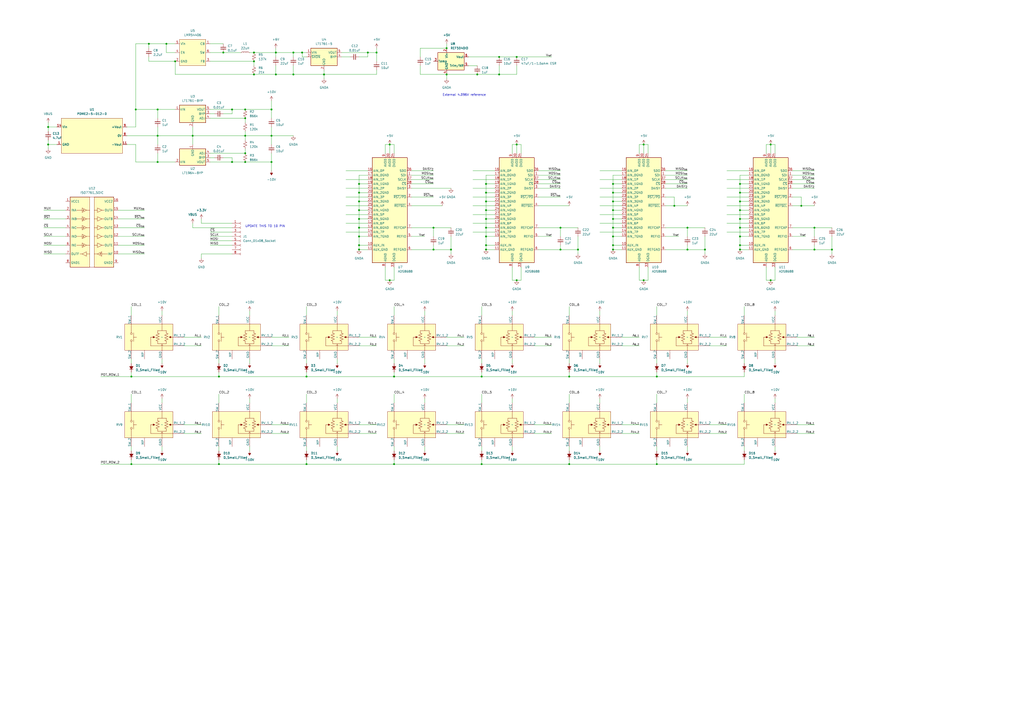
<source format=kicad_sch>
(kicad_sch (version 20230121) (generator eeschema)
  (paper "A2")
  (junction (at 208.28 121.92))
  (junction (at 429.26 132.08))
  (junction (at 325.12 132.08))
  (junction (at 429.26 106.68))
  (junction (at 355.6 132.08))
  (junction (at 464.82 119.38))
  (junction (at 170.18 43.18))
  (junction (at 289.56 43.18))
  (junction (at 391.16 119.38))
  (junction (at 91.44 78.74))
  (junction (at 157.48 93.98))
  (junction (at 472.44 144.78))
  (junction (at 147.32 35.56))
  (junction (at 208.28 116.84))
  (junction (at 177.8 269.24))
  (junction (at 142.24 78.74))
  (junction (at 147.32 30.48))
  (junction (at 86.36 25.4))
  (junction (at 355.6 106.68))
  (junction (at 279.4 218.44))
  (junction (at 157.48 63.5))
  (junction (at 355.6 127))
  (junction (at 330.2 269.24))
  (junction (at 281.94 144.78))
  (junction (at 187.96 43.18))
  (junction (at 429.26 121.92))
  (junction (at 325.12 144.78))
  (junction (at 91.44 63.5))
  (junction (at 281.94 142.24))
  (junction (at 127 218.44))
  (junction (at 482.6 144.78))
  (junction (at 129.54 30.48))
  (junction (at 355.6 137.16))
  (junction (at 429.26 127))
  (junction (at 251.46 132.08))
  (junction (at 177.8 218.44))
  (junction (at 335.28 144.78))
  (junction (at 160.02 30.48))
  (junction (at 27.94 83.82))
  (junction (at 355.6 144.78))
  (junction (at 127 269.24))
  (junction (at 134.62 93.98))
  (junction (at 355.6 142.24))
  (junction (at 381 269.24))
  (junction (at 398.78 144.78))
  (junction (at 170.18 30.48))
  (junction (at 111.76 78.74))
  (junction (at 259.08 27.94))
  (junction (at 261.62 144.78))
  (junction (at 208.28 144.78))
  (junction (at 299.72 33.02))
  (junction (at 281.94 116.84))
  (junction (at 259.08 43.18))
  (junction (at 299.72 162.56))
  (junction (at 447.04 83.82))
  (junction (at 276.86 43.18))
  (junction (at 96.52 25.4))
  (junction (at 160.02 43.18))
  (junction (at 447.04 162.56))
  (junction (at 398.78 132.08))
  (junction (at 27.94 73.66))
  (junction (at 281.94 106.68))
  (junction (at 251.46 144.78))
  (junction (at 218.44 30.48))
  (junction (at 142.24 88.9))
  (junction (at 213.36 30.48))
  (junction (at 355.6 121.92))
  (junction (at 429.26 137.16))
  (junction (at 134.62 63.5))
  (junction (at 208.28 132.08))
  (junction (at 429.26 111.76))
  (junction (at 226.06 162.56))
  (junction (at 281.94 127))
  (junction (at 408.94 144.78))
  (junction (at 157.48 78.74))
  (junction (at 299.72 83.82))
  (junction (at 373.38 162.56))
  (junction (at 330.2 218.44))
  (junction (at 289.56 33.02))
  (junction (at 429.26 116.84))
  (junction (at 373.38 83.82))
  (junction (at 228.6 269.24))
  (junction (at 147.32 43.18))
  (junction (at 208.28 111.76))
  (junction (at 281.94 137.16))
  (junction (at 76.2 218.44))
  (junction (at 208.28 106.68))
  (junction (at 472.44 132.08))
  (junction (at 355.6 116.84))
  (junction (at 281.94 121.92))
  (junction (at 91.44 93.98))
  (junction (at 429.26 144.78))
  (junction (at 281.94 111.76))
  (junction (at 101.6 35.56))
  (junction (at 208.28 137.16))
  (junction (at 78.74 63.5))
  (junction (at 208.28 142.24))
  (junction (at 226.06 83.82))
  (junction (at 429.26 142.24))
  (junction (at 76.2 269.24))
  (junction (at 228.6 218.44))
  (junction (at 355.6 111.76))
  (junction (at 208.28 127))
  (junction (at 175.26 30.48))
  (junction (at 142.24 63.5))
  (junction (at 142.24 68.58))
  (junction (at 281.94 132.08))
  (junction (at 142.24 93.98))
  (junction (at 381 218.44))
  (junction (at 279.4 269.24))
  (wire (pts (xy 208.28 111.76) (xy 208.28 116.84)))
  (wire (pts (xy 355.6 106.68) (xy 360.68 106.68)))
  (wire (pts (xy 91.44 63.5) (xy 101.6 63.5)))
  (wire (pts (xy 449.58 259.08) (xy 449.58 261.62)))
  (wire (pts (xy 25.4 147.32) (xy 38.1 147.32)))
  (wire (pts (xy 86.36 35.56) (xy 101.6 35.56)))
  (wire (pts (xy 127 215.9) (xy 127 218.44)))
  (wire (pts (xy 429.26 127) (xy 429.26 132.08)))
  (wire (pts (xy 121.92 139.7) (xy 134.62 139.7)))
  (wire (pts (xy 27.94 73.66) (xy 33.02 73.66)))
  (wire (pts (xy 127 218.44) (xy 177.8 218.44)))
  (wire (pts (xy 355.6 127) (xy 360.68 127)))
  (wire (pts (xy 160.02 33.02) (xy 160.02 30.48)))
  (wire (pts (xy 462.28 251.46) (xy 472.44 251.46)))
  (wire (pts (xy 347.98 129.54) (xy 360.68 129.54)))
  (wire (pts (xy 347.98 109.22) (xy 360.68 109.22)))
  (wire (pts (xy 91.44 63.5) (xy 91.44 68.58)))
  (wire (pts (xy 347.98 99.06) (xy 360.68 99.06)))
  (wire (pts (xy 289.56 33.02) (xy 299.72 33.02)))
  (wire (pts (xy 223.52 162.56) (xy 226.06 162.56)))
  (wire (pts (xy 421.64 124.46) (xy 434.34 124.46)))
  (wire (pts (xy 142.24 78.74) (xy 111.76 78.74)))
  (wire (pts (xy 175.26 30.48) (xy 177.8 30.48)))
  (wire (pts (xy 259.08 43.18) (xy 259.08 45.72)))
  (wire (pts (xy 142.24 78.74) (xy 142.24 81.28)))
  (wire (pts (xy 482.6 137.16) (xy 482.6 144.78)))
  (wire (pts (xy 78.74 63.5) (xy 78.74 73.66)))
  (wire (pts (xy 347.98 119.38) (xy 360.68 119.38)))
  (wire (pts (xy 459.74 114.3) (xy 464.82 114.3)))
  (wire (pts (xy 325.12 144.78) (xy 312.42 144.78)))
  (wire (pts (xy 375.92 154.94) (xy 375.92 162.56)))
  (wire (pts (xy 121.92 137.16) (xy 134.62 137.16)))
  (wire (pts (xy 208.28 111.76) (xy 213.36 111.76)))
  (wire (pts (xy 370.84 83.82) (xy 373.38 83.82)))
  (wire (pts (xy 208.28 116.84) (xy 213.36 116.84)))
  (wire (pts (xy 261.62 144.78) (xy 251.46 144.78)))
  (wire (pts (xy 462.28 246.38) (xy 472.44 246.38)))
  (wire (pts (xy 355.6 101.6) (xy 355.6 106.68)))
  (wire (pts (xy 431.8 266.7) (xy 431.8 269.24)))
  (wire (pts (xy 398.78 144.78) (xy 386.08 144.78)))
  (wire (pts (xy 360.68 200.66) (xy 370.84 200.66)))
  (wire (pts (xy 157.48 195.58) (xy 167.64 195.58)))
  (wire (pts (xy 459.74 132.08) (xy 472.44 132.08)))
  (wire (pts (xy 312.42 132.08) (xy 325.12 132.08)))
  (wire (pts (xy 355.6 111.76) (xy 360.68 111.76)))
  (wire (pts (xy 223.52 83.82) (xy 226.06 83.82)))
  (wire (pts (xy 58.42 269.24) (xy 76.2 269.24)))
  (wire (pts (xy 127 177.8) (xy 127 182.88)))
  (wire (pts (xy 208.28 132.08) (xy 213.36 132.08)))
  (wire (pts (xy 208.28 127) (xy 213.36 127)))
  (wire (pts (xy 259.08 195.58) (xy 269.24 195.58)))
  (wire (pts (xy 271.78 38.1) (xy 276.86 38.1)))
  (wire (pts (xy 121.92 25.4) (xy 129.54 25.4)))
  (wire (pts (xy 200.66 99.06) (xy 213.36 99.06)))
  (wire (pts (xy 195.58 208.28) (xy 195.58 210.82)))
  (wire (pts (xy 281.94 137.16) (xy 281.94 142.24)))
  (wire (pts (xy 228.6 228.6) (xy 228.6 233.68)))
  (wire (pts (xy 449.58 180.34) (xy 449.58 182.88)))
  (wire (pts (xy 208.28 246.38) (xy 218.44 246.38)))
  (wire (pts (xy 355.6 121.92) (xy 355.6 127)))
  (wire (pts (xy 271.78 33.02) (xy 289.56 33.02)))
  (wire (pts (xy 76.2 215.9) (xy 76.2 218.44)))
  (wire (pts (xy 281.94 132.08) (xy 281.94 137.16)))
  (wire (pts (xy 157.48 93.98) (xy 157.48 99.06)))
  (wire (pts (xy 309.88 246.38) (xy 320.04 246.38)))
  (wire (pts (xy 421.64 134.62) (xy 434.34 134.62)))
  (wire (pts (xy 25.4 137.16) (xy 38.1 137.16)))
  (wire (pts (xy 330.2 215.9) (xy 330.2 218.44)))
  (wire (pts (xy 429.26 142.24) (xy 434.34 142.24)))
  (wire (pts (xy 330.2 208.28) (xy 330.2 210.82)))
  (wire (pts (xy 213.36 30.48) (xy 213.36 33.02)))
  (wire (pts (xy 449.58 88.9) (xy 449.58 83.82)))
  (wire (pts (xy 312.42 106.68) (xy 325.12 106.68)))
  (wire (pts (xy 96.52 25.4) (xy 86.36 25.4)))
  (wire (pts (xy 157.48 251.46) (xy 167.64 251.46)))
  (wire (pts (xy 195.58 231.14) (xy 195.58 233.68)))
  (wire (pts (xy 281.94 106.68) (xy 281.94 111.76)))
  (wire (pts (xy 106.68 200.66) (xy 116.84 200.66)))
  (wire (pts (xy 429.26 111.76) (xy 429.26 116.84)))
  (wire (pts (xy 243.84 27.94) (xy 259.08 27.94)))
  (wire (pts (xy 208.28 137.16) (xy 208.28 142.24)))
  (wire (pts (xy 447.04 83.82) (xy 447.04 88.9)))
  (wire (pts (xy 27.94 86.36) (xy 27.94 83.82)))
  (wire (pts (xy 243.84 38.1) (xy 243.84 43.18)))
  (wire (pts (xy 200.66 104.14) (xy 213.36 104.14)))
  (wire (pts (xy 208.28 121.92) (xy 208.28 127)))
  (wire (pts (xy 157.48 83.82) (xy 157.48 78.74)))
  (wire (pts (xy 198.12 30.48) (xy 213.36 30.48)))
  (wire (pts (xy 144.78 259.08) (xy 144.78 261.62)))
  (wire (pts (xy 297.18 259.08) (xy 297.18 261.62)))
  (wire (pts (xy 101.6 43.18) (xy 147.32 43.18)))
  (wire (pts (xy 91.44 78.74) (xy 91.44 83.82)))
  (wire (pts (xy 106.68 251.46) (xy 116.84 251.46)))
  (wire (pts (xy 421.64 114.3) (xy 434.34 114.3)))
  (wire (pts (xy 281.94 106.68) (xy 287.02 106.68)))
  (wire (pts (xy 93.98 208.28) (xy 93.98 210.82)))
  (wire (pts (xy 373.38 83.82) (xy 373.38 88.9)))
  (wire (pts (xy 200.66 114.3) (xy 213.36 114.3)))
  (wire (pts (xy 429.26 144.78) (xy 434.34 144.78)))
  (wire (pts (xy 398.78 259.08) (xy 398.78 261.62)))
  (wire (pts (xy 297.18 88.9) (xy 297.18 83.82)))
  (wire (pts (xy 76.2 228.6) (xy 76.2 233.68)))
  (wire (pts (xy 68.58 121.92) (xy 83.82 121.92)))
  (wire (pts (xy 429.26 142.24) (xy 429.26 144.78)))
  (wire (pts (xy 309.88 200.66) (xy 320.04 200.66)))
  (wire (pts (xy 177.8 266.7) (xy 177.8 269.24)))
  (wire (pts (xy 187.96 40.64) (xy 187.96 43.18)))
  (wire (pts (xy 246.38 208.28) (xy 246.38 210.82)))
  (wire (pts (xy 302.26 154.94) (xy 302.26 162.56)))
  (wire (pts (xy 208.28 142.24) (xy 213.36 142.24)))
  (wire (pts (xy 251.46 144.78) (xy 238.76 144.78)))
  (wire (pts (xy 429.26 116.84) (xy 434.34 116.84)))
  (wire (pts (xy 355.6 144.78) (xy 360.68 144.78)))
  (wire (pts (xy 160.02 27.94) (xy 160.02 30.48)))
  (wire (pts (xy 208.28 101.6) (xy 208.28 106.68)))
  (wire (pts (xy 398.78 132.08) (xy 408.94 132.08)))
  (wire (pts (xy 330.2 218.44) (xy 381 218.44)))
  (wire (pts (xy 325.12 142.24) (xy 325.12 144.78)))
  (wire (pts (xy 355.6 127) (xy 355.6 132.08)))
  (wire (pts (xy 177.8 259.08) (xy 177.8 261.62)))
  (wire (pts (xy 111.76 78.74) (xy 111.76 83.82)))
  (wire (pts (xy 421.64 129.54) (xy 434.34 129.54)))
  (wire (pts (xy 157.48 63.5) (xy 157.48 68.58)))
  (wire (pts (xy 429.26 121.92) (xy 429.26 127)))
  (wire (pts (xy 297.18 208.28) (xy 297.18 210.82)))
  (wire (pts (xy 144.78 231.14) (xy 144.78 233.68)))
  (wire (pts (xy 335.28 137.16) (xy 335.28 144.78)))
  (wire (pts (xy 281.94 111.76) (xy 281.94 116.84)))
  (wire (pts (xy 449.58 162.56) (xy 447.04 162.56)))
  (wire (pts (xy 91.44 93.98) (xy 101.6 93.98)))
  (wire (pts (xy 355.6 137.16) (xy 360.68 137.16)))
  (wire (pts (xy 93.98 231.14) (xy 93.98 233.68)))
  (wire (pts (xy 281.94 142.24) (xy 287.02 142.24)))
  (wire (pts (xy 86.36 25.4) (xy 78.74 25.4)))
  (wire (pts (xy 195.58 259.08) (xy 195.58 261.62)))
  (wire (pts (xy 170.18 30.48) (xy 175.26 30.48)))
  (wire (pts (xy 142.24 68.58) (xy 142.24 71.12)))
  (wire (pts (xy 309.88 195.58) (xy 320.04 195.58)))
  (wire (pts (xy 116.84 129.54) (xy 134.62 129.54)))
  (wire (pts (xy 386.08 101.6) (xy 398.78 101.6)))
  (wire (pts (xy 274.32 134.62) (xy 287.02 134.62)))
  (wire (pts (xy 421.64 99.06) (xy 434.34 99.06)))
  (wire (pts (xy 408.94 137.16) (xy 408.94 144.78)))
  (wire (pts (xy 25.4 132.08) (xy 38.1 132.08)))
  (wire (pts (xy 208.28 200.66) (xy 218.44 200.66)))
  (wire (pts (xy 177.8 215.9) (xy 177.8 218.44)))
  (wire (pts (xy 274.32 109.22) (xy 287.02 109.22)))
  (wire (pts (xy 177.8 208.28) (xy 177.8 210.82)))
  (wire (pts (xy 381 215.9) (xy 381 218.44)))
  (wire (pts (xy 187.96 43.18) (xy 218.44 43.18)))
  (wire (pts (xy 355.6 137.16) (xy 355.6 142.24)))
  (wire (pts (xy 325.12 137.16) (xy 325.12 132.08)))
  (wire (pts (xy 355.6 121.92) (xy 360.68 121.92)))
  (wire (pts (xy 279.4 208.28) (xy 279.4 210.82)))
  (wire (pts (xy 462.28 200.66) (xy 472.44 200.66)))
  (wire (pts (xy 157.48 58.42) (xy 157.48 63.5)))
  (wire (pts (xy 76.2 218.44) (xy 127 218.44)))
  (wire (pts (xy 459.74 109.22) (xy 472.44 109.22)))
  (wire (pts (xy 129.54 66.04) (xy 134.62 66.04)))
  (wire (pts (xy 281.94 121.92) (xy 281.94 127)))
  (wire (pts (xy 462.28 195.58) (xy 472.44 195.58)))
  (wire (pts (xy 449.58 231.14) (xy 449.58 233.68)))
  (wire (pts (xy 302.26 83.82) (xy 299.72 83.82)))
  (wire (pts (xy 370.84 88.9) (xy 370.84 83.82)))
  (wire (pts (xy 116.84 147.32) (xy 116.84 149.86)))
  (wire (pts (xy 177.8 218.44) (xy 228.6 218.44)))
  (wire (pts (xy 200.66 134.62) (xy 213.36 134.62)))
  (wire (pts (xy 429.26 101.6) (xy 429.26 106.68)))
  (wire (pts (xy 312.42 137.16) (xy 320.04 137.16)))
  (wire (pts (xy 228.6 154.94) (xy 228.6 162.56)))
  (wire (pts (xy 411.48 195.58) (xy 421.64 195.58)))
  (wire (pts (xy 281.94 116.84) (xy 287.02 116.84)))
  (wire (pts (xy 238.76 137.16) (xy 246.38 137.16)))
  (wire (pts (xy 464.82 119.38) (xy 472.44 119.38)))
  (wire (pts (xy 429.26 137.16) (xy 434.34 137.16)))
  (wire (pts (xy 281.94 121.92) (xy 287.02 121.92)))
  (wire (pts (xy 281.94 142.24) (xy 281.94 144.78)))
  (wire (pts (xy 398.78 142.24) (xy 398.78 144.78)))
  (wire (pts (xy 429.26 132.08) (xy 434.34 132.08)))
  (wire (pts (xy 228.6 177.8) (xy 228.6 182.88)))
  (wire (pts (xy 76.2 266.7) (xy 76.2 269.24)))
  (wire (pts (xy 251.46 142.24) (xy 251.46 144.78)))
  (wire (pts (xy 279.4 266.7) (xy 279.4 269.24)))
  (wire (pts (xy 274.32 99.06) (xy 287.02 99.06)))
  (wire (pts (xy 459.74 101.6) (xy 472.44 101.6)))
  (wire (pts (xy 121.92 142.24) (xy 134.62 142.24)))
  (wire (pts (xy 121.92 134.62) (xy 134.62 134.62)))
  (wire (pts (xy 347.98 259.08) (xy 347.98 261.62)))
  (wire (pts (xy 408.94 144.78) (xy 398.78 144.78)))
  (wire (pts (xy 381 228.6) (xy 381 233.68)))
  (wire (pts (xy 431.8 215.9) (xy 431.8 218.44)))
  (wire (pts (xy 391.16 114.3) (xy 391.16 119.38)))
  (wire (pts (xy 330.2 259.08) (xy 330.2 261.62)))
  (wire (pts (xy 274.32 104.14) (xy 287.02 104.14)))
  (wire (pts (xy 431.8 259.08) (xy 431.8 261.62)))
  (wire (pts (xy 431.8 228.6) (xy 431.8 233.68)))
  (wire (pts (xy 208.28 121.92) (xy 213.36 121.92)))
  (wire (pts (xy 200.66 124.46) (xy 213.36 124.46)))
  (wire (pts (xy 238.76 101.6) (xy 251.46 101.6)))
  (wire (pts (xy 170.18 38.1) (xy 170.18 43.18)))
  (wire (pts (xy 459.74 104.14) (xy 472.44 104.14)))
  (wire (pts (xy 86.36 25.4) (xy 86.36 27.94)))
  (wire (pts (xy 106.68 195.58) (xy 116.84 195.58)))
  (wire (pts (xy 187.96 43.18) (xy 170.18 43.18)))
  (wire (pts (xy 208.28 127) (xy 208.28 132.08)))
  (wire (pts (xy 111.76 132.08) (xy 134.62 132.08)))
  (wire (pts (xy 177.8 269.24) (xy 228.6 269.24)))
  (wire (pts (xy 449.58 154.94) (xy 449.58 162.56)))
  (wire (pts (xy 279.4 228.6) (xy 279.4 233.68)))
  (wire (pts (xy 431.8 208.28) (xy 431.8 210.82)))
  (wire (pts (xy 160.02 30.48) (xy 147.32 30.48)))
  (wire (pts (xy 160.02 38.1) (xy 160.02 43.18)))
  (wire (pts (xy 25.4 121.92) (xy 38.1 121.92)))
  (wire (pts (xy 355.6 106.68) (xy 355.6 111.76)))
  (wire (pts (xy 299.72 38.1) (xy 299.72 43.18)))
  (wire (pts (xy 218.44 40.64) (xy 218.44 43.18)))
  (wire (pts (xy 175.26 33.02) (xy 175.26 30.48)))
  (wire (pts (xy 386.08 137.16) (xy 393.7 137.16)))
  (wire (pts (xy 68.58 147.32) (xy 83.82 147.32)))
  (wire (pts (xy 459.74 137.16) (xy 467.36 137.16)))
  (wire (pts (xy 355.6 142.24) (xy 360.68 142.24)))
  (wire (pts (xy 386.08 119.38) (xy 391.16 119.38)))
  (wire (pts (xy 347.98 180.34) (xy 347.98 182.88)))
  (wire (pts (xy 259.08 246.38) (xy 269.24 246.38)))
  (wire (pts (xy 411.48 200.66) (xy 421.64 200.66)))
  (wire (pts (xy 355.6 111.76) (xy 355.6 116.84)))
  (wire (pts (xy 27.94 73.66) (xy 27.94 76.2)))
  (wire (pts (xy 246.38 231.14) (xy 246.38 233.68)))
  (wire (pts (xy 299.72 83.82) (xy 299.72 88.9)))
  (wire (pts (xy 213.36 101.6) (xy 208.28 101.6)))
  (wire (pts (xy 274.32 129.54) (xy 287.02 129.54)))
  (wire (pts (xy 355.6 101.6) (xy 360.68 101.6)))
  (wire (pts (xy 360.68 195.58) (xy 370.84 195.58)))
  (wire (pts (xy 76.2 177.8) (xy 76.2 182.88)))
  (wire (pts (xy 281.94 144.78) (xy 287.02 144.78)))
  (wire (pts (xy 121.92 66.04) (xy 124.46 66.04)))
  (wire (pts (xy 208.28 251.46) (xy 218.44 251.46)))
  (wire (pts (xy 251.46 137.16) (xy 251.46 132.08)))
  (wire (pts (xy 101.6 30.48) (xy 96.52 30.48)))
  (wire (pts (xy 429.26 111.76) (xy 434.34 111.76)))
  (wire (pts (xy 101.6 25.4) (xy 96.52 25.4)))
  (wire (pts (xy 375.92 162.56) (xy 373.38 162.56)))
  (wire (pts (xy 259.08 25.4) (xy 259.08 27.94)))
  (wire (pts (xy 347.98 231.14) (xy 347.98 233.68)))
  (wire (pts (xy 355.6 116.84) (xy 360.68 116.84)))
  (wire (pts (xy 370.84 154.94) (xy 370.84 162.56)))
  (wire (pts (xy 111.76 73.66) (xy 111.76 78.74)))
  (wire (pts (xy 274.32 124.46) (xy 287.02 124.46)))
  (wire (pts (xy 472.44 137.16) (xy 472.44 132.08)))
  (wire (pts (xy 127 269.24) (xy 177.8 269.24)))
  (wire (pts (xy 228.6 266.7) (xy 228.6 269.24)))
  (wire (pts (xy 312.42 119.38) (xy 330.2 119.38)))
  (wire (pts (xy 449.58 208.28) (xy 449.58 210.82)))
  (wire (pts (xy 160.02 30.48) (xy 170.18 30.48)))
  (wire (pts (xy 187.96 43.18) (xy 187.96 45.72)))
  (wire (pts (xy 238.76 119.38) (xy 256.54 119.38)))
  (wire (pts (xy 459.74 106.68) (xy 472.44 106.68)))
  (wire (pts (xy 147.32 35.56) (xy 147.32 38.1)))
  (wire (pts (xy 121.92 30.48) (xy 129.54 30.48)))
  (wire (pts (xy 330.2 228.6) (xy 330.2 233.68)))
  (wire (pts (xy 157.48 200.66) (xy 167.64 200.66)))
  (wire (pts (xy 73.66 78.74) (xy 91.44 78.74)))
  (wire (pts (xy 274.32 119.38) (xy 287.02 119.38)))
  (wire (pts (xy 218.44 30.48) (xy 213.36 30.48)))
  (wire (pts (xy 160.02 43.18) (xy 147.32 43.18)))
  (wire (pts (xy 444.5 162.56) (xy 447.04 162.56)))
  (wire (pts (xy 411.48 246.38) (xy 421.64 246.38)))
  (wire (pts (xy 411.48 251.46) (xy 421.64 251.46)))
  (wire (pts (xy 259.08 43.18) (xy 276.86 43.18)))
  (wire (pts (xy 218.44 35.56) (xy 218.44 30.48)))
  (wire (pts (xy 27.94 71.12) (xy 27.94 73.66)))
  (wire (pts (xy 157.48 78.74) (xy 170.18 78.74)))
  (wire (pts (xy 78.74 63.5) (xy 91.44 63.5)))
  (wire (pts (xy 177.8 228.6) (xy 177.8 233.68)))
  (wire (pts (xy 302.26 162.56) (xy 299.72 162.56)))
  (wire (pts (xy 360.68 251.46) (xy 370.84 251.46)))
  (wire (pts (xy 347.98 208.28) (xy 347.98 210.82)))
  (wire (pts (xy 121.92 91.44) (xy 124.46 91.44)))
  (wire (pts (xy 472.44 132.08) (xy 482.6 132.08)))
  (wire (pts (xy 429.26 132.08) (xy 429.26 137.16)))
  (wire (pts (xy 127 259.08) (xy 127 261.62)))
  (wire (pts (xy 381 218.44) (xy 431.8 218.44)))
  (wire (pts (xy 347.98 134.62) (xy 360.68 134.62)))
  (wire (pts (xy 121.92 93.98) (xy 134.62 93.98)))
  (wire (pts (xy 134.62 93.98) (xy 142.24 93.98)))
  (wire (pts (xy 238.76 114.3) (xy 251.46 114.3)))
  (wire (pts (xy 381 266.7) (xy 381 269.24)))
  (wire (pts (xy 312.42 101.6) (xy 325.12 101.6)))
  (wire (pts (xy 116.84 147.32) (xy 134.62 147.32)))
  (wire (pts (xy 421.64 109.22) (xy 434.34 109.22)))
  (wire (pts (xy 386.08 106.68) (xy 398.78 106.68)))
  (wire (pts (xy 93.98 259.08) (xy 93.98 261.62)))
  (wire (pts (xy 281.94 127) (xy 281.94 132.08)))
  (wire (pts (xy 86.36 33.02) (xy 86.36 35.56)))
  (wire (pts (xy 200.66 129.54) (xy 213.36 129.54)))
  (wire (pts (xy 381 259.08) (xy 381 261.62)))
  (wire (pts (xy 134.62 63.5) (xy 142.24 63.5)))
  (wire (pts (xy 325.12 132.08) (xy 335.28 132.08)))
  (wire (pts (xy 347.98 104.14) (xy 360.68 104.14)))
  (wire (pts (xy 200.66 109.22) (xy 213.36 109.22)))
  (wire (pts (xy 134.62 66.04) (xy 134.62 63.5)))
  (wire (pts (xy 129.54 91.44) (xy 134.62 91.44)))
  (wire (pts (xy 429.26 127) (xy 434.34 127)))
  (wire (pts (xy 261.62 144.78) (xy 261.62 147.32)))
  (wire (pts (xy 91.44 73.66) (xy 91.44 78.74)))
  (wire (pts (xy 360.68 246.38) (xy 370.84 246.38)))
  (wire (pts (xy 134.62 93.98) (xy 134.62 91.44)))
  (wire (pts (xy 386.08 109.22) (xy 398.78 109.22)))
  (wire (pts (xy 429.26 137.16) (xy 429.26 142.24)))
  (wire (pts (xy 200.66 119.38) (xy 213.36 119.38)))
  (wire (pts (xy 355.6 132.08) (xy 355.6 137.16)))
  (wire (pts (xy 279.4 215.9) (xy 279.4 218.44)))
  (wire (pts (xy 429.26 116.84) (xy 429.26 121.92)))
  (wire (pts (xy 228.6 83.82) (xy 226.06 83.82)))
  (wire (pts (xy 111.76 132.08) (xy 111.76 129.54)))
  (wire (pts (xy 281.94 132.08) (xy 287.02 132.08)))
  (wire (pts (xy 78.74 93.98) (xy 91.44 93.98)))
  (wire (pts (xy 312.42 99.06) (xy 325.12 99.06)))
  (wire (pts (xy 398.78 208.28) (xy 398.78 210.82)))
  (wire (pts (xy 208.28 132.08) (xy 208.28 137.16)))
  (wire (pts (xy 398.78 231.14) (xy 398.78 233.68)))
  (wire (pts (xy 398.78 137.16) (xy 398.78 132.08)))
  (wire (pts (xy 226.06 83.82) (xy 226.06 88.9)))
  (wire (pts (xy 106.68 246.38) (xy 116.84 246.38)))
  (wire (pts (xy 228.6 88.9) (xy 228.6 83.82)))
  (wire (pts (xy 238.76 104.14) (xy 251.46 104.14)))
  (wire (pts (xy 330.2 177.8) (xy 330.2 182.88)))
  (wire (pts (xy 429.26 106.68) (xy 434.34 106.68)))
  (wire (pts (xy 355.6 142.24) (xy 355.6 144.78)))
  (wire (pts (xy 281.94 116.84) (xy 281.94 121.92)))
  (wire (pts (xy 142.24 78.74) (xy 157.48 78.74)))
  (wire (pts (xy 27.94 83.82) (xy 33.02 83.82)))
  (wire (pts (xy 386.08 132.08) (xy 398.78 132.08)))
  (wire (pts (xy 121.92 35.56) (xy 147.32 35.56)))
  (wire (pts (xy 279.4 269.24) (xy 330.2 269.24)))
  (wire (pts (xy 289.56 38.1) (xy 289.56 43.18)))
  (wire (pts (xy 195.58 180.34) (xy 195.58 182.88)))
  (wire (pts (xy 208.28 106.68) (xy 213.36 106.68)))
  (wire (pts (xy 228.6 215.9) (xy 228.6 218.44)))
  (wire (pts (xy 208.28 142.24) (xy 208.28 144.78)))
  (wire (pts (xy 78.74 25.4) (xy 78.74 63.5)))
  (wire (pts (xy 170.18 30.48) (xy 170.18 33.02)))
  (wire (pts (xy 91.44 78.74) (xy 111.76 78.74)))
  (wire (pts (xy 76.2 269.24) (xy 127 269.24)))
  (wire (pts (xy 281.94 111.76) (xy 287.02 111.76)))
  (wire (pts (xy 251.46 132.08) (xy 261.62 132.08)))
  (wire (pts (xy 116.84 129.54) (xy 116.84 127)))
  (wire (pts (xy 444.5 88.9) (xy 444.5 83.82)))
  (wire (pts (xy 76.2 259.08) (xy 76.2 261.62)))
  (wire (pts (xy 27.94 81.28) (xy 27.94 83.82)))
  (wire (pts (xy 444.5 83.82) (xy 447.04 83.82)))
  (wire (pts (xy 238.76 132.08) (xy 251.46 132.08)))
  (wire (pts (xy 429.26 121.92) (xy 434.34 121.92)))
  (wire (pts (xy 91.44 88.9) (xy 91.44 93.98)))
  (wire (pts (xy 78.74 83.82) (xy 78.74 93.98)))
  (wire (pts (xy 208.28 116.84) (xy 208.28 121.92)))
  (wire (pts (xy 482.6 144.78) (xy 482.6 147.32)))
  (wire (pts (xy 144.78 208.28) (xy 144.78 210.82)))
  (wire (pts (xy 228.6 208.28) (xy 228.6 210.82)))
  (wire (pts (xy 472.44 142.24) (xy 472.44 144.78)))
  (wire (pts (xy 381 177.8) (xy 381 182.88)))
  (wire (pts (xy 121.92 63.5) (xy 134.62 63.5)))
  (wire (pts (xy 96.52 30.48) (xy 96.52 25.4)))
  (wire (pts (xy 370.84 162.56) (xy 373.38 162.56)))
  (wire (pts (xy 223.52 154.94) (xy 223.52 162.56)))
  (wire (pts (xy 459.74 99.06) (xy 472.44 99.06)))
  (wire (pts (xy 464.82 114.3) (xy 464.82 119.38)))
  (wire (pts (xy 355.6 132.08) (xy 360.68 132.08)))
  (wire (pts (xy 375.92 83.82) (xy 373.38 83.82)))
  (wire (pts (xy 279.4 218.44) (xy 330.2 218.44)))
  (wire (pts (xy 142.24 86.36) (xy 142.24 88.9)))
  (wire (pts (xy 297.18 180.34) (xy 297.18 182.88)))
  (wire (pts (xy 177.8 177.8) (xy 177.8 182.88)))
  (wire (pts (xy 472.44 144.78) (xy 459.74 144.78)))
  (wire (pts (xy 297.18 231.14) (xy 297.18 233.68)))
  (wire (pts (xy 299.72 33.02) (xy 320.04 33.02)))
  (wire (pts (xy 208.28 106.68) (xy 208.28 111.76)))
  (wire (pts (xy 25.4 127) (xy 38.1 127)))
  (wire (pts (xy 129.54 30.48) (xy 139.7 30.48)))
  (wire (pts (xy 312.42 114.3) (xy 325.12 114.3)))
  (wire (pts (xy 157.48 88.9) (xy 157.48 93.98)))
  (wire (pts (xy 297.18 83.82) (xy 299.72 83.82)))
  (wire (pts (xy 279.4 177.8) (xy 279.4 182.88)))
  (wire (pts (xy 243.84 33.02) (xy 243.84 27.94)))
  (wire (pts (xy 73.66 73.66) (xy 78.74 73.66)))
  (wire (pts (xy 208.28 137.16) (xy 213.36 137.16)))
  (wire (pts (xy 281.94 137.16) (xy 287.02 137.16)))
  (wire (pts (xy 157.48 246.38) (xy 167.64 246.38)))
  (wire (pts (xy 228.6 218.44) (xy 279.4 218.44)))
  (wire (pts (xy 25.4 142.24) (xy 38.1 142.24)))
  (wire (pts (xy 297.18 154.94) (xy 297.18 162.56)))
  (wire (pts (xy 127 208.28) (xy 127 210.82)))
  (wire (pts (xy 335.28 144.78) (xy 325.12 144.78)))
  (wire (pts (xy 68.58 137.16) (xy 83.82 137.16)))
  (wire (pts (xy 68.58 132.08) (xy 83.82 132.08)))
  (wire (pts (xy 444.5 154.94) (xy 444.5 162.56)))
  (wire (pts (xy 276.86 43.18) (xy 289.56 43.18)))
  (wire (pts (xy 127 228.6) (xy 127 233.68)))
  (wire (pts (xy 386.08 99.06) (xy 398.78 99.06)))
  (wire (pts (xy 421.64 104.14) (xy 434.34 104.14)))
  (wire (pts (xy 312.42 109.22) (xy 325.12 109.22)))
  (wire (pts (xy 218.44 27.94) (xy 218.44 30.48)))
  (wire (pts (xy 449.58 83.82) (xy 447.04 83.82)))
  (wire (pts (xy 355.6 116.84) (xy 355.6 121.92)))
  (wire (pts (xy 347.98 124.46) (xy 360.68 124.46)))
  (wire (pts (xy 274.32 114.3) (xy 287.02 114.3)))
  (wire (pts (xy 58.42 218.44) (xy 76.2 218.44)))
  (wire (pts (xy 157.48 73.66) (xy 157.48 78.74)))
  (wire (pts (xy 93.98 180.34) (xy 93.98 182.88)))
  (wire (pts (xy 177.8 33.02) (xy 175.26 33.02)))
  (wire (pts (xy 68.58 127) (xy 83.82 127)))
  (wire (pts (xy 121.92 68.58) (xy 142.24 68.58)))
  (wire (pts (xy 259.08 200.66) (xy 269.24 200.66)))
  (wire (pts (xy 302.26 88.9) (xy 302.26 83.82)))
  (wire (pts (xy 208.28 144.78) (xy 213.36 144.78)))
  (wire (pts (xy 386.08 104.14) (xy 398.78 104.14)))
  (wire (pts (xy 459.74 119.38) (xy 464.82 119.38)))
  (wire (pts (xy 144.78 30.48) (xy 147.32 30.48)))
  (wire (pts (xy 408.94 144.78) (xy 408.94 147.32)))
  (wire (pts (xy 375.92 88.9) (xy 375.92 83.82)))
  (wire (pts (xy 398.78 180.34) (xy 398.78 182.88)))
  (wire (pts (xy 309.88 251.46) (xy 320.04 251.46)))
  (wire (pts (xy 391.16 119.38) (xy 398.78 119.38)))
  (wire (pts (xy 198.12 33.02) (xy 203.2 33.02)))
  (wire (pts (xy 381 269.24) (xy 431.8 269.24)))
  (wire (pts (xy 335.28 144.78) (xy 335.28 147.32)))
  (wire (pts (xy 281.94 101.6) (xy 287.02 101.6)))
  (wire (pts (xy 429.26 101.6) (xy 434.34 101.6)))
  (wire (pts (xy 238.76 109.22) (xy 261.62 109.22)))
  (wire (pts (xy 347.98 114.3) (xy 360.68 114.3)))
  (wire (pts (xy 238.76 106.68) (xy 251.46 106.68)))
  (wire (pts (xy 246.38 180.34) (xy 246.38 182.88)))
  (wire (pts (xy 431.8 177.8) (xy 431.8 182.88)))
  (wire (pts (xy 330.2 269.24) (xy 381 269.24)))
  (wire (pts (xy 482.6 144.78) (xy 472.44 144.78)))
  (wire (pts (xy 238.76 99.06) (xy 251.46 99.06)))
  (wire (pts (xy 144.78 180.34) (xy 144.78 182.88)))
  (wire (pts (xy 279.4 259.08) (xy 279.4 261.62)))
  (wire (pts (xy 299.72 43.18) (xy 289.56 43.18)))
  (wire (pts (xy 312.42 104.14) (xy 325.12 104.14)))
  (wire (pts (xy 76.2 208.28) (xy 76.2 210.82)))
  (wire (pts (xy 160.02 43.18) (xy 170.18 43.18)))
  (wire (pts (xy 330.2 266.7) (xy 330.2 269.24)))
  (wire (pts (xy 68.58 142.24) (xy 83.82 142.24)))
  (wire (pts (xy 421.64 119.38) (xy 434.34 119.38)))
  (wire (pts (xy 127 266.7) (xy 127 269.24)))
  (wire (pts (xy 281.94 101.6) (xy 281.94 106.68)))
  (wire (pts (xy 121.92 88.9) (xy 142.24 88.9)))
  (wire (pts (xy 259.08 251.46) (xy 269.24 251.46)))
  (wire (pts (xy 228.6 269.24) (xy 279.4 269.24)))
  (wire (pts (xy 243.84 43.18) (xy 259.08 43.18)))
  (wire (pts (xy 213.36 33.02) (xy 208.28 33.02)))
  (wire (pts (xy 78.74 83.82) (xy 73.66 83.82)))
  (wire (pts (xy 228.6 162.56) (xy 226.06 162.56)))
  (wire (pts (xy 208.28 195.58) (xy 218.44 195.58)))
  (wire (pts (xy 381 208.28) (xy 381 210.82)))
  (wire (pts (xy 142.24 76.2) (xy 142.24 78.74)))
  (wire (pts (xy 386.08 114.3) (xy 391.16 114.3)))
  (wire (pts (xy 228.6 259.08) (xy 228.6 261.62)))
  (wire (pts (xy 281.94 127) (xy 287.02 127)))
  (wire (pts (xy 297.18 162.56) (xy 299.72 162.56)))
  (wire (pts (xy 223.52 88.9) (xy 223.52 83.82)))
  (wire (pts (xy 246.38 259.08) (xy 246.38 261.62)))
  (wire (pts (xy 142.24 93.98) (xy 157.48 93.98)))
  (wire (pts (xy 142.24 63.5) (xy 157.48 63.5)))
  (wire (pts (xy 101.6 43.18) (xy 101.6 35.56)))
  (wire (pts (xy 429.26 106.68) (xy 429.26 111.76)))
  (wire (pts (xy 261.62 137.16) (xy 261.62 144.78)))
  (text "UPDATE THIS TO 10 PIN" (at 142.24 132.08 0) (effects (font (size 1.27 1.27)) (justify left bottom)))
  (text "External 4.096V reference" (at 281.94 55.88 0) (effects (font (size 1.27 1.27)) (justify right bottom)))
  (label "MISO_{iso}" (at 83.82 147.32 180))
  (label "V_{ref}" (at 320.04 33.02 180))
  (label "A_{11_2}" (at 218.44 251.46 180))
  (label "DAISY_{2}" (at 325.12 109.22 180))
  (label "SCLK_{iso}" (at 398.78 104.14 180))
  (label "A_{12_1}" (at 269.24 246.38 180))
  (label "COL_5" (at 279.4 228.6 0))
  (label "A_{4_2}" (at 269.24 200.66 180))
  (label "COL_5" (at 279.4 177.8 0))
  (label "COL_3" (at 177.8 228.6 0))
  (label "A_{13_2}" (at 320.04 251.46 180))
  (label "SCLK" (at 121.92 137.16 0))
  (label "MISO_{iso}" (at 472.44 99.06 180))
  (label "MOSI_{iso}" (at 398.78 101.6 180))
  (label "A_{5_2}" (at 320.04 200.66 180))
  (label "~{CS}_{iso}" (at 472.44 106.68 180))
  (label "SCLK_{iso}" (at 83.82 137.16 180))
  (label "MOSI_{iso}" (at 83.82 142.24 180))
  (label "A_{10_1}" (at 167.64 246.38 180))
  (label "MUX" (at 25.4 121.92 0))
  (label "~{RST}" (at 25.4 127 0))
  (label "A_{3_1}" (at 218.44 195.58 180))
  (label "COL_3" (at 177.8 177.8 0))
  (label "COL_4" (at 228.6 177.8 0))
  (label "COL_7" (at 381 177.8 0))
  (label "COL_7" (at 381 228.6 0))
  (label "A_{12_2}" (at 269.24 251.46 180))
  (label "COL_2" (at 127 228.6 0))
  (label "~{CS}" (at 25.4 132.08 0))
  (label "V_{ref}" (at 393.7 137.16 180))
  (label "A_{6_1}" (at 370.84 195.58 180))
  (label "MOSI_{iso}" (at 325.12 101.6 180))
  (label "A_{3_2}" (at 218.44 200.66 180))
  (label "POT_ROW_2" (at 58.42 269.24 0))
  (label "A_{1_1}" (at 116.84 195.58 180))
  (label "MOSI_{iso}" (at 251.46 101.6 180))
  (label "A_{8_2}" (at 472.44 200.66 180))
  (label "A_{15_1}" (at 421.64 246.38 180))
  (label "V_{ref}" (at 320.04 137.16 180))
  (label "~{CS}_{iso}" (at 83.82 132.08 180))
  (label "DAISY_{2}" (at 398.78 109.22 180))
  (label "A_{16_1}" (at 472.44 246.38 180))
  (label "V_{ref}" (at 467.36 137.16 180))
  (label "COL_4" (at 228.6 228.6 0))
  (label "MOSI" (at 121.92 139.7 0))
  (label "MUX_{iso}" (at 83.82 121.92 180))
  (label "MISO" (at 25.4 147.32 0))
  (label "SCLK_{iso}" (at 472.44 104.14 180))
  (label "MISO" (at 121.92 142.24 0))
  (label "MISO_{iso}" (at 325.12 99.06 180))
  (label "MOSI" (at 25.4 142.24 0))
  (label "COL_8" (at 431.8 228.6 0))
  (label "~{CS}_{iso}" (at 398.78 106.68 180))
  (label "A_{14_2}" (at 370.84 251.46 180))
  (label "A_{7_1}" (at 421.64 195.58 180))
  (label "A_{16_2}" (at 472.44 251.46 180))
  (label "COL_1" (at 76.2 177.8 0))
  (label "A_{5_1}" (at 320.04 195.58 180))
  (label "~{CS}_{iso}" (at 251.46 106.68 180))
  (label "A_{6_2}" (at 370.84 200.66 180))
  (label "~{RST}_{iso}" (at 325.12 114.3 180))
  (label "DAISY_{2}" (at 251.46 99.06 180))
  (label "A_{9_2}" (at 116.84 251.46 180))
  (label "A_{15_2}" (at 421.64 251.46 180))
  (label "A_{11_1}" (at 218.44 246.38 180))
  (label "MOSI_{iso}" (at 472.44 101.6 180))
  (label "A_{4_1}" (at 269.24 195.58 180))
  (label "A_{2_2}" (at 167.64 200.66 180))
  (label "COL_6" (at 330.2 228.6 0))
  (label "A_{9_1}" (at 116.84 246.38 180))
  (label "A_{10_2}" (at 167.64 251.46 180))
  (label "~{CS}_{iso}" (at 325.12 106.68 180))
  (label "SCLK" (at 25.4 137.16 0))
  (label "COL_6" (at 330.2 177.8 0))
  (label "~{CS}" (at 121.92 134.62 0))
  (label "A_{7_2}" (at 421.64 200.66 180))
  (label "A_{14_1}" (at 370.84 246.38 180))
  (label "A_{8_1}" (at 472.44 195.58 180))
  (label "A_{1_2}" (at 116.84 200.66 180))
  (label "MISO_{iso}" (at 398.78 99.06 180))
  (label "SCLK_{iso}" (at 251.46 104.14 180))
  (label "COL_1" (at 76.2 228.6 0))
  (label "COL_8" (at 431.8 177.8 0))
  (label "~{RST}_{iso}" (at 251.46 114.3 180))
  (label "DAISY_{2}" (at 472.44 109.22 180))
  (label "COL_2" (at 127 177.8 0))
  (label "A_{2_1}" (at 167.64 195.58 180))
  (label "V_{ref}" (at 246.38 137.16 180))
  (label "~{RST}_{iso}" (at 83.82 127 180))
  (label "A_{13_1}" (at 320.04 246.38 180))
  (label "SCLK_{iso}" (at 325.12 104.14 180))
  (label "POT_ROW_1" (at 58.42 218.44 0))
  (symbol (lib_id "power:GNDA") (at 373.38 162.56 0) (unit 1)
    (property "Reference" "#PWR067" (effects hide))
    (property "Value" "GNDA" (at 373.38 167.64 0))
  )
  (symbol (lib_id "power:+10V") (at 449.58 231.14 0) (unit 1)
    (property "Reference" "#PWR061" (effects hide))
    (property "Value" "+10V" (at 449.58 226.06 0))
  )
  (symbol (lib_id "MPP_Device:RV142FPF-40B1") (at 340.36 246.38 0) (unit 1)
    (property "Reference" "RV14" (at 325.12 246.38 0) (effects (justify right)))
    (property "Value" "~" (at 347.98 246.38 0))
    (property "Footprint" "Potentiometer_THT_MPP:RV142FPF-40B1" (effects hide))
    (property "Datasheet" "http://www.taiwanalpha.com/downloads?target=products&id=93" (effects hide))
  )
  (symbol (lib_id "MPP_Isolator:ISO7761_SOIC") (at 53.34 134.62 0) (unit 1)
    (property "Reference" "U12" (at 53.34 109.22 0))
    (property "Value" "ISO7761_SOIC" (at 53.34 111.76 0))
    (property "Footprint" "Package_SO:SOIC-16W_7.5x10.3mm_P1.27mm" (effects hide))
    (property "Datasheet" "https://www.ti.com/lit/ds/symlink/iso7761.pdf?ts=1705191729128" (effects hide))
  )
  (symbol (lib_id "MPP_Device:RV142FPF-40B1") (at 187.96 195.58 0) (unit 1)
    (property "Reference" "RV3" (at 172.72 195.58 0) (effects (justify right)))
    (property "Value" "~" (at 195.58 195.58 0))
    (property "Footprint" "Potentiometer_THT_MPP:RV142FPF-40B1" (effects hide))
    (property "Datasheet" "http://www.taiwanalpha.com/downloads?target=products&id=93" (effects hide))
  )
  (symbol (lib_id "power:GNDA") (at 429.26 144.78 0) (unit 1)
    (property "Reference" "#PWR070" (effects hide))
    (property "Value" "GNDA" (at 429.26 149.86 0))
  )
  (symbol (lib_id "power:+10V") (at 144.78 180.34 0) (unit 1)
    (property "Reference" "#PWR033" (effects hide))
    (property "Value" "+10V" (at 144.78 175.26 0))
  )
  (symbol (lib_id "power:-10V") (at 195.58 261.62 180) (unit 1)
    (property "Reference" "#PWR052" (effects hide))
    (property "Value" "-10V" (at 195.58 266.7 0))
  )
  (symbol (lib_id "Device:C_Small") (at 261.62 134.62 0) (unit 1)
    (property "Reference" "C20" (at 264.16 133.3563 0) (effects (justify left)))
    (property "Value" "22uF" (at 264.16 135.8963 0) (effects (justify left)))
    (property "Footprint" "Capacitor_SMD:C_0805_2012Metric_Pad1.18x1.45mm_HandSolder" (effects hide))
  )
  (symbol (lib_id "MPP_Device:RV142FPF-40B1") (at 391.16 246.38 0) (unit 1)
    (property "Reference" "RV15" (at 375.92 246.38 0) (effects (justify right)))
    (property "Value" "~" (at 398.78 246.38 0))
    (property "Footprint" "Potentiometer_THT_MPP:RV142FPF-40B1" (effects hide))
    (property "Datasheet" "http://www.taiwanalpha.com/downloads?target=products&id=93" (effects hide))
  )
  (symbol (lib_id "power:+10V") (at 347.98 180.34 0) (unit 1)
    (property "Reference" "#PWR041" (effects hide))
    (property "Value" "+10V" (at 347.98 175.26 0))
  )
  (symbol (lib_id "MPP_Device:RV142FPF-40B1") (at 340.36 195.58 0) (unit 1)
    (property "Reference" "RV6" (at 325.12 195.58 0) (effects (justify right)))
    (property "Value" "~" (at 347.98 195.58 0))
    (property "Footprint" "Potentiometer_THT_MPP:RV142FPF-40B1" (effects hide))
    (property "Datasheet" "http://www.taiwanalpha.com/downloads?target=products&id=93" (effects hide))
  )
  (symbol (lib_id "power:+5V") (at 447.04 83.82 0) (unit 1)
    (property "Reference" "#PWR071" (effects hide))
    (property "Value" "+5V" (at 447.04 78.74 0))
  )
  (symbol (lib_id "Device:C_Small") (at 160.02 35.56 0) (unit 1)
    (property "Reference" "C9" (at 162.56 34.2963 0) (effects (justify left)))
    (property "Value" "22uF" (at 162.56 36.8363 0) (effects (justify left)))
    (property "Footprint" "Capacitor_SMD:C_0805_2012Metric_Pad1.18x1.45mm_HandSolder" (effects hide))
  )
  (symbol (lib_id "power:-10V") (at 347.98 210.82 180) (unit 1)
    (property "Reference" "#PWR042" (effects hide))
    (property "Value" "-10V" (at 347.98 215.9 0))
  )
  (symbol (lib_id "Device:C_Small") (at 398.78 139.7 0) (unit 1)
    (property "Reference" "C23" (at 401.32 138.4363 0) (effects (justify left)))
    (property "Value" "1uF" (at 401.32 140.9763 0) (effects (justify left)))
    (property "Footprint" "Capacitor_SMD:C_0805_2012Metric_Pad1.18x1.45mm_HandSolder" (effects hide))
  )
  (symbol (lib_id "power:GND") (at 27.94 86.36 0) (unit 1)
    (property "Reference" "#PWR03" (effects hide))
    (property "Value" "GND" (at 27.94 91.44 0))
  )
  (symbol (lib_id "MPP_Device:RV142FPF-40B1") (at 289.56 246.38 0) (unit 1)
    (property "Reference" "RV13" (at 274.32 246.38 0) (effects (justify right)))
    (property "Value" "~" (at 297.18 246.38 0))
    (property "Footprint" "Potentiometer_THT_MPP:RV142FPF-40B1" (effects hide))
    (property "Datasheet" "http://www.taiwanalpha.com/downloads?target=products&id=93" (effects hide))
  )
  (symbol (lib_id "power:+10V") (at 157.48 58.42 0) (unit 1)
    (property "Reference" "#PWR06" (effects hide))
    (property "Value" "+10V" (at 157.48 53.34 0))
  )
  (symbol (lib_id "power:-10V") (at 144.78 210.82 180) (unit 1)
    (property "Reference" "#PWR034" (effects hide))
    (property "Value" "-10V" (at 144.78 215.9 0))
  )
  (symbol (lib_id "MPP_Converter_DCDC:LMR54406") (at 111.76 30.48 0) (unit 1)
    (property "Reference" "U5" (at 111.76 17.78 0))
    (property "Value" "LMR54406" (at 111.76 20.32 0))
    (property "Footprint" "Package_TO_SOT_SMD:SOT-23-6_Handsoldering" (effects hide))
    (property "Datasheet" "https://www.ti.com/lit/ds/symlink/lmr54406.pdf" (effects hide))
  )
  (symbol (lib_id "Device:D_Small_Filled") (at 330.2 213.36 90) (unit 1)
    (property "Reference" "D6" (at 332.74 212.09 90) (effects (justify right)))
    (property "Value" "D_Small_Filled" (at 332.74 214.63 90) (effects (justify right)))
    (property "Footprint" "Diode_SMD:D_SOD-123" (effects hide))
    (property "Sim.Device" "D" (effects hide))
    (property "Sim.Pins" "1=K 2=A" (effects hide))
  )
  (symbol (lib_id "power:+10V") (at 246.38 231.14 0) (unit 1)
    (property "Reference" "#PWR053" (effects hide))
    (property "Value" "+10V" (at 246.38 226.06 0))
  )
  (symbol (lib_id "power:+10V") (at 246.38 180.34 0) (unit 1)
    (property "Reference" "#PWR037" (effects hide))
    (property "Value" "+10V" (at 246.38 175.26 0))
  )
  (symbol (lib_id "Analog_ADC:ADS8688") (at 447.04 121.92 0) (unit 1)
    (property "Reference" "U11" (at 451.7741 154.94 0) (effects (justify left)))
    (property "Value" "ADS8688" (at 451.7741 157.48 0) (effects (justify left)))
    (property "Footprint" "Package_SO:TSSOP-38_4.4x9.7mm_P0.5mm" (effects hide))
    (property "Datasheet" "http://www.ti.com/lit/ds/symlink/ads8688.pdf" (effects hide))
  )
  (symbol (lib_id "power:-10V") (at 347.98 261.62 180) (unit 1)
    (property "Reference" "#PWR058" (effects hide))
    (property "Value" "-10V" (at 347.98 266.7 0))
  )
  (symbol (lib_id "Device:R_Small_US") (at 142.24 73.66 0) (unit 1)
    (property "Reference" "R1" (at 144.78 72.39 0) (effects (justify left)))
    (property "Value" "120k" (at 144.78 74.93 0) (effects (justify left)))
    (property "Footprint" "Resistor_SMD:R_0805_2012Metric_Pad1.20x1.40mm_HandSolder" (effects hide))
  )
  (symbol (lib_id "power:VBUS") (at 27.94 71.12 0) (unit 1)
    (property "Reference" "#PWR02" (effects hide))
    (property "Value" "VBUS" (at 27.94 66.04 0))
  )
  (symbol (lib_id "MPP_Device:RV142FPF-40B1") (at 86.36 195.58 0) (unit 1)
    (property "Reference" "RV1" (at 71.12 195.58 0) (effects (justify right)))
    (property "Value" "~" (at 93.98 195.58 0))
    (property "Footprint" "Potentiometer_THT_MPP:RV142FPF-40B1" (effects hide))
    (property "Datasheet" "http://www.taiwanalpha.com/downloads?target=products&id=93" (effects hide))
  )
  (symbol (lib_id "power:-10V") (at 449.58 261.62 180) (unit 1)
    (property "Reference" "#PWR062" (effects hide))
    (property "Value" "-10V" (at 449.58 266.7 0))
  )
  (symbol (lib_id "power:+10V") (at 347.98 231.14 0) (unit 1)
    (property "Reference" "#PWR057" (effects hide))
    (property "Value" "+10V" (at 347.98 226.06 0))
  )
  (symbol (lib_id "power:-10V") (at 93.98 210.82 180) (unit 1)
    (property "Reference" "#PWR032" (effects hide))
    (property "Value" "-10V" (at 93.98 215.9 0))
  )
  (symbol (lib_id "power:GNDA") (at 208.28 144.78 0) (unit 1)
    (property "Reference" "#PWR064" (effects hide))
    (property "Value" "GNDA" (at 208.28 149.86 0))
  )
  (symbol (lib_id "power:+5V") (at 259.08 25.4 0) (unit 1)
    (property "Reference" "#PWR022" (effects hide))
    (property "Value" "+5V" (at 259.08 20.32 0))
  )
  (symbol (lib_id "Regulator_Linear:LT1761-5") (at 187.96 33.02 0) (unit 1)
    (property "Reference" "U4" (at 187.96 22.86 0))
    (property "Value" "LT1761-5" (at 187.96 25.4 0))
    (property "Footprint" "Package_TO_SOT_SMD:TSOT-23-5" (effects hide))
    (property "Datasheet" "https://www.analog.com/media/en/technical-documentation/data-sheets/1761sff.pdf" (effects hide))
  )
  (symbol (lib_id "power:GNDA") (at 187.96 45.72 0) (unit 1)
    (property "Reference" "#PWR08" (effects hide))
    (property "Value" "GNDA" (at 187.96 50.8 0))
  )
  (symbol (lib_id "power:GNDA") (at 226.06 162.56 0) (unit 1)
    (property "Reference" "#PWR021" (effects hide))
    (property "Value" "GNDA" (at 226.06 167.64 0))
  )
  (symbol (lib_id "power:GNDA") (at 259.08 45.72 0) (unit 1)
    (property "Reference" "#PWR023" (effects hide))
    (property "Value" "GNDA" (at 259.08 50.8 0))
  )
  (symbol (lib_id "power:+5V") (at 226.06 83.82 0) (unit 1)
    (property "Reference" "#PWR020" (effects hide))
    (property "Value" "+5V" (at 226.06 78.74 0))
  )
  (symbol (lib_id "MPP_Device:RV142FPF-40B1") (at 289.56 195.58 0) (unit 1)
    (property "Reference" "RV5" (at 274.32 195.58 0) (effects (justify right)))
    (property "Value" "~" (at 297.18 195.58 0))
    (property "Footprint" "Potentiometer_THT_MPP:RV142FPF-40B1" (effects hide))
    (property "Datasheet" "http://www.taiwanalpha.com/downloads?target=products&id=93" (effects hide))
  )
  (symbol (lib_id "MPP_Device:RV142FPF-40B1") (at 238.76 195.58 0) (unit 1)
    (property "Reference" "RV4" (at 223.52 195.58 0) (effects (justify right)))
    (property "Value" "~" (at 246.38 195.58 0))
    (property "Footprint" "Potentiometer_THT_MPP:RV142FPF-40B1" (effects hide))
    (property "Datasheet" "http://www.taiwanalpha.com/downloads?target=products&id=93" (effects hide))
  )
  (symbol (lib_id "MPP_Device:RV142FPF-40B1") (at 86.36 246.38 0) (unit 1)
    (property "Reference" "RV9" (at 71.12 246.38 0) (effects (justify right)))
    (property "Value" "~" (at 93.98 246.38 0))
    (property "Footprint" "Potentiometer_THT_MPP:RV142FPF-40B1" (effects hide))
    (property "Datasheet" "http://www.taiwanalpha.com/downloads?target=products&id=93" (effects hide))
  )
  (symbol (lib_id "power:+5V") (at 398.78 119.38 0) (unit 1)
    (property "Reference" "#PWR068" (effects hide))
    (property "Value" "+5V" (at 398.78 114.3 0))
  )
  (symbol (lib_id "power:+10V") (at 398.78 231.14 0) (unit 1)
    (property "Reference" "#PWR059" (effects hide))
    (property "Value" "+10V" (at 398.78 226.06 0))
  )
  (symbol (lib_id "power:VBUS") (at 111.76 129.54 0) (unit 1)
    (property "Reference" "#PWR04" (effects hide))
    (property "Value" "VBUS" (at 111.76 124.46 0))
  )
  (symbol (lib_id "Connector:Conn_01x08_Socket") (at 139.7 137.16 0) (unit 1)
    (property "Reference" "J1" (at 140.97 137.16 0) (effects (justify left)))
    (property "Value" "Conn_01x08_Socket" (at 140.97 139.7 0) (effects (justify left)))
  )
  (symbol (lib_id "Device:D_Small_Filled") (at 279.4 213.36 90) (unit 1)
    (property "Reference" "D5" (at 281.94 212.09 90) (effects (justify right)))
    (property "Value" "D_Small_Filled" (at 281.94 214.63 90) (effects (justify right)))
    (property "Footprint" "Diode_SMD:D_SOD-123" (effects hide))
    (property "Sim.Device" "D" (effects hide))
    (property "Sim.Pins" "1=K 2=A" (effects hide))
  )
  (symbol (lib_id "Device:C_Small") (at 408.94 134.62 0) (unit 1)
    (property "Reference" "C24" (at 411.48 133.3563 0) (effects (justify left)))
    (property "Value" "22uF" (at 411.48 135.8963 0) (effects (justify left)))
    (property "Footprint" "Capacitor_SMD:C_0805_2012Metric_Pad1.18x1.45mm_HandSolder" (effects hide))
  )
  (symbol (lib_id "Device:C_Small") (at 218.44 38.1 0) (unit 1)
    (property "Reference" "C11" (at 220.98 36.8363 0) (effects (justify left)))
    (property "Value" "10uF" (at 220.98 39.3763 0) (effects (justify left)))
    (property "Footprint" "Capacitor_SMD:C_0805_2012Metric_Pad1.18x1.45mm_HandSolder" (effects hide))
  )
  (symbol (lib_id "Device:C_Small") (at 251.46 139.7 0) (unit 1)
    (property "Reference" "C19" (at 254 138.4363 0) (effects (justify left)))
    (property "Value" "1uF" (at 254 140.9763 0) (effects (justify left)))
    (property "Footprint" "Capacitor_SMD:C_0805_2012Metric_Pad1.18x1.45mm_HandSolder" (effects hide))
  )
  (symbol (lib_id "power:-10V") (at 398.78 261.62 180) (unit 1)
    (property "Reference" "#PWR060" (effects hide))
    (property "Value" "-10V" (at 398.78 266.7 0))
  )
  (symbol (lib_id "Device:C_Small") (at 27.94 78.74 180) (unit 1)
    (property "Reference" "C13" (at 30.48 77.4636 0) (effects (justify right)))
    (property "Value" "4.7uF" (at 30.48 80.0036 0) (effects (justify right)))
    (property "Footprint" "Capacitor_SMD:C_0805_2012Metric_Pad1.18x1.45mm_HandSolder" (effects hide))
  )
  (symbol (lib_id "Reference_Voltage:REF5040ID") (at 261.62 35.56 0) (unit 1)
    (property "Reference" "U8" (at 261.2741 25.4 0) (effects (justify left)))
    (property "Value" "REF5040ID" (at 261.2741 27.94 0) (effects (justify left)))
    (property "Footprint" "Package_SO:SOIC-8_3.9x4.9mm_P1.27mm" (effects hide))
    (property "Datasheet" "http://www.ti.com/lit/ds/symlink/ref5030.pdf" (effects hide))
  )
  (symbol (lib_id "MPP_Device:RV142FPF-40B1") (at 441.96 246.38 0) (unit 1)
    (property "Reference" "RV16" (at 426.72 246.38 0) (effects (justify right)))
    (property "Value" "~" (at 449.58 246.38 0))
    (property "Footprint" "Potentiometer_THT_MPP:RV142FPF-40B1" (effects hide))
    (property "Datasheet" "http://www.taiwanalpha.com/downloads?target=products&id=93" (effects hide))
  )
  (symbol (lib_id "MPP_Device:RV142FPF-40B1") (at 391.16 195.58 0) (unit 1)
    (property "Reference" "RV7" (at 375.92 195.58 0) (effects (justify right)))
    (property "Value" "~" (at 398.78 195.58 0))
    (property "Footprint" "Potentiometer_THT_MPP:RV142FPF-40B1" (effects hide))
    (property "Datasheet" "http://www.taiwanalpha.com/downloads?target=products&id=93" (effects hide))
  )
  (symbol (lib_id "power:GNDA") (at 408.94 147.32 0) (unit 1)
    (property "Reference" "#PWR069" (effects hide))
    (property "Value" "GNDA" (at 408.94 152.4 0))
  )
  (symbol (lib_id "power:-10V") (at 246.38 210.82 180) (unit 1)
    (property "Reference" "#PWR038" (effects hide))
    (property "Value" "-10V" (at 246.38 215.9 0))
  )
  (symbol (lib_id "Device:R_Small_US") (at 142.24 91.44 0) (unit 1)
    (property "Reference" "R3" (at 144.78 90.17 0) (effects (justify left)))
    (property "Value" "866k" (at 144.78 92.71 0) (effects (justify left)))
    (property "Footprint" "Resistor_SMD:R_0805_2012Metric_Pad1.20x1.40mm_HandSolder" (effects hide))
  )
  (symbol (lib_id "Device:D_Small_Filled") (at 381 264.16 90) (unit 1)
    (property "Reference" "D15" (at 383.54 262.89 90) (effects (justify right)))
    (property "Value" "D_Small_Filled" (at 383.54 265.43 90) (effects (justify right)))
    (property "Footprint" "Diode_SMD:D_SOD-123" (effects hide))
    (property "Sim.Device" "D" (effects hide))
    (property "Sim.Pins" "1=K 2=A" (effects hide))
  )
  (symbol (lib_id "power:-10V") (at 195.58 210.82 180) (unit 1)
    (property "Reference" "#PWR036" (effects hide))
    (property "Value" "-10V" (at 195.58 215.9 0))
  )
  (symbol (lib_id "Device:D_Small_Filled") (at 228.6 213.36 90) (unit 1)
    (property "Reference" "D4" (at 231.14 212.09 90) (effects (justify right)))
    (property "Value" "D_Small_Filled" (at 231.14 214.63 90) (effects (justify right)))
    (property "Footprint" "Diode_SMD:D_SOD-123" (effects hide))
    (property "Sim.Device" "D" (effects hide))
    (property "Sim.Pins" "1=K 2=A" (effects hide))
  )
  (symbol (lib_id "Device:R_Small_US") (at 142.24 83.82 0) (unit 1)
    (property "Reference" "R4" (at 144.78 82.55 0) (effects (justify left)))
    (property "Value" "120k" (at 144.78 85.09 0) (effects (justify left)))
    (property "Footprint" "Resistor_SMD:R_0805_2012Metric_Pad1.20x1.40mm_HandSolder" (effects hide))
  )
  (symbol (lib_id "Device:D_Small_Filled") (at 76.2 213.36 90) (unit 1)
    (property "Reference" "D1" (at 78.74 212.09 90) (effects (justify right)))
    (property "Value" "D_Small_Filled" (at 78.74 214.63 90) (effects (justify right)))
    (property "Footprint" "Diode_SMD:D_SOD-123" (effects hide))
    (property "Sim.Device" "D" (effects hide))
    (property "Sim.Pins" "1=K 2=A" (effects hide))
  )
  (symbol (lib_id "Device:C_Small") (at 129.54 27.94 0) (unit 1)
    (property "Reference" "C7" (at 132.08 26.6763 0) (effects (justify left)))
    (property "Value" "0.1uF" (at 132.08 29.2163 0) (effects (justify left)))
    (property "Footprint" "Capacitor_SMD:C_0805_2012Metric_Pad1.18x1.45mm_HandSolder" (effects hide))
  )
  (symbol (lib_id "power:-10V") (at 246.38 261.62 180) (unit 1)
    (property "Reference" "#PWR054" (effects hide))
    (property "Value" "-10V" (at 246.38 266.7 0))
  )
  (symbol (lib_id "power:+3.3V") (at 116.84 127 0) (unit 1)
    (property "Reference" "#PWR01" (effects hide))
    (property "Value" "+3.3V" (at 116.84 121.92 0))
  )
  (symbol (lib_id "Device:C_Small") (at 243.84 35.56 0) (unit 1)
    (property "Reference" "C15" (at 246.38 34.2963 0) (effects (justify left)))
    (property "Value" "1uF" (at 246.38 36.8363 0) (effects (justify left)))
    (property "Footprint" "Capacitor_SMD:C_0805_2012Metric_Pad1.18x1.45mm_HandSolder" (effects hide))
  )
  (symbol (lib_id "Device:C_Small") (at 157.48 71.12 0) (unit 1)
    (property "Reference" "C5" (at 160.02 69.8563 0) (effects (justify left)))
    (property "Value" "10uF" (at 160.02 72.3963 0) (effects (justify left)))
    (property "Footprint" "Capacitor_SMD:C_0805_2012Metric_Pad1.18x1.45mm_HandSolder" (effects hide))
  )
  (symbol (lib_id "Device:D_Small_Filled") (at 127 213.36 90) (unit 1)
    (property "Reference" "D2" (at 129.54 212.09 90) (effects (justify right)))
    (property "Value" "D_Small_Filled" (at 129.54 214.63 90) (effects (justify right)))
    (property "Footprint" "Diode_SMD:D_SOD-123" (effects hide))
    (property "Sim.Device" "D" (effects hide))
    (property "Sim.Pins" "1=K 2=A" (effects hide))
  )
  (symbol (lib_id "power:+5V") (at 330.2 119.38 0) (unit 1)
    (property "Reference" "#PWR029" (effects hide))
    (property "Value" "+5V" (at 330.2 114.3 0))
  )
  (symbol (lib_id "power:+10V") (at 297.18 231.14 0) (unit 1)
    (property "Reference" "#PWR055" (effects hide))
    (property "Value" "+10V" (at 297.18 226.06 0))
  )
  (symbol (lib_id "Device:D_Small_Filled") (at 279.4 264.16 90) (unit 1)
    (property "Reference" "D13" (at 281.94 262.89 90) (effects (justify right)))
    (property "Value" "D_Small_Filled" (at 281.94 265.43 90) (effects (justify right)))
    (property "Footprint" "Diode_SMD:D_SOD-123" (effects hide))
    (property "Sim.Device" "D" (effects hide))
    (property "Sim.Pins" "1=K 2=A" (effects hide))
  )
  (symbol (lib_id "MPP_Device:RV142FPF-40B1") (at 238.76 246.38 0) (unit 1)
    (property "Reference" "RV12" (at 223.52 246.38 0) (effects (justify right)))
    (property "Value" "~" (at 246.38 246.38 0))
    (property "Footprint" "Potentiometer_THT_MPP:RV142FPF-40B1" (effects hide))
    (property "Datasheet" "http://www.taiwanalpha.com/downloads?target=products&id=93" (effects hide))
  )
  (symbol (lib_id "power:+10V") (at 144.78 231.14 0) (unit 1)
    (property "Reference" "#PWR049" (effects hide))
    (property "Value" "+10V" (at 144.78 226.06 0))
  )
  (symbol (lib_id "power:+10V") (at 93.98 231.14 0) (unit 1)
    (property "Reference" "#PWR047" (effects hide))
    (property "Value" "+10V" (at 93.98 226.06 0))
  )
  (symbol (lib_id "Device:R_Small_US") (at 147.32 33.02 0) (unit 1)
    (property "Reference" "R5" (at 149.86 31.75 0) (effects (justify left)))
    (property "Value" "137k" (at 149.86 34.29 0) (effects (justify left)))
    (property "Footprint" "Resistor_SMD:R_0805_2012Metric_Pad1.20x1.40mm_HandSolder" (effects hide))
  )
  (symbol (lib_id "Device:L_Small") (at 142.24 30.48 90) (unit 1)
    (property "Reference" "L1" (at 142.24 25.4 90))
    (property "Value" "22uH" (at 142.24 27.94 90))
  )
  (symbol (lib_id "Device:C_Small") (at 86.36 30.48 0) (unit 1)
    (property "Reference" "C8" (at 88.9 29.2163 0) (effects (justify left)))
    (property "Value" "2.2uF" (at 88.9 31.7563 0) (effects (justify left)))
    (property "Footprint" "Capacitor_SMD:C_0805_2012Metric_Pad1.18x1.45mm_HandSolder" (effects hide))
  )
  (symbol (lib_id "Device:C_Small") (at 325.12 139.7 0) (unit 1)
    (property "Reference" "C21" (at 327.66 138.4363 0) (effects (justify left)))
    (property "Value" "1uF" (at 327.66 140.9763 0) (effects (justify left)))
    (property "Footprint" "Capacitor_SMD:C_0805_2012Metric_Pad1.18x1.45mm_HandSolder" (effects hide))
  )
  (symbol (lib_id "Device:D_Small_Filled") (at 177.8 213.36 90) (unit 1)
    (property "Reference" "D3" (at 180.34 212.09 90) (effects (justify right)))
    (property "Value" "D_Small_Filled" (at 180.34 214.63 90) (effects (justify right)))
    (property "Footprint" "Diode_SMD:D_SOD-123" (effects hide))
    (property "Sim.Device" "D" (effects hide))
    (property "Sim.Pins" "1=K 2=A" (effects hide))
  )
  (symbol (lib_id "power:-10V") (at 297.18 210.82 180) (unit 1)
    (property "Reference" "#PWR040" (effects hide))
    (property "Value" "-10V" (at 297.18 215.9 0))
  )
  (symbol (lib_id "power:+5V") (at 373.38 83.82 0) (unit 1)
    (property "Reference" "#PWR066" (effects hide))
    (property "Value" "+5V" (at 373.38 78.74 0))
  )
  (symbol (lib_id "Device:D_Small_Filled") (at 330.2 264.16 90) (unit 1)
    (property "Reference" "D14" (at 332.74 262.89 90) (effects (justify right)))
    (property "Value" "D_Small_Filled" (at 332.74 265.43 90) (effects (justify right)))
    (property "Footprint" "Diode_SMD:D_SOD-123" (effects hide))
    (property "Sim.Device" "D" (effects hide))
    (property "Sim.Pins" "1=K 2=A" (effects hide))
  )
  (symbol (lib_id "power:+5V") (at 299.72 83.82 0) (unit 1)
    (property "Reference" "#PWR027" (effects hide))
    (property "Value" "+5V" (at 299.72 78.74 0))
  )
  (symbol (lib_id "power:-10V") (at 144.78 261.62 180) (unit 1)
    (property "Reference" "#PWR050" (effects hide))
    (property "Value" "-10V" (at 144.78 266.7 0))
  )
  (symbol (lib_id "MPP_Device:RV142FPF-40B1") (at 137.16 246.38 0) (unit 1)
    (property "Reference" "RV10" (at 121.92 246.38 0) (effects (justify right)))
    (property "Value" "~" (at 144.78 246.38 0))
    (property "Footprint" "Potentiometer_THT_MPP:RV142FPF-40B1" (effects hide))
    (property "Datasheet" "http://www.taiwanalpha.com/downloads?target=products&id=93" (effects hide))
  )
  (symbol (lib_id "MPP_Device:RV142FPF-40B1") (at 187.96 246.38 0) (unit 1)
    (property "Reference" "RV11" (at 172.72 246.38 0) (effects (justify right)))
    (property "Value" "~" (at 195.58 246.38 0))
    (property "Footprint" "Potentiometer_THT_MPP:RV142FPF-40B1" (effects hide))
    (property "Datasheet" "http://www.taiwanalpha.com/downloads?target=products&id=93" (effects hide))
  )
  (symbol (lib_id "power:-10V") (at 398.78 210.82 180) (unit 1)
    (property "Reference" "#PWR044" (effects hide))
    (property "Value" "-10V" (at 398.78 215.9 0))
  )
  (symbol (lib_id "Device:C_Small") (at 91.44 86.36 0) (unit 1)
    (property "Reference" "C2" (at 93.98 85.0963 0) (effects (justify left)))
    (property "Value" "1uF" (at 93.98 87.6363 0) (effects (justify left)))
    (property "Footprint" "Capacitor_SMD:C_0805_2012Metric_Pad1.18x1.45mm_HandSolder" (effects hide))
  )
  (symbol (lib_id "power:-10V") (at 297.18 261.62 180) (unit 1)
    (property "Reference" "#PWR056" (effects hide))
    (property "Value" "-10V" (at 297.18 266.7 0))
  )
  (symbol (lib_id "Device:R_Small_US") (at 142.24 66.04 0) (unit 1)
    (property "Reference" "R2" (at 144.78 64.77 0) (effects (justify left)))
    (property "Value" "866k" (at 144.78 67.31 0) (effects (justify left)))
    (property "Footprint" "Resistor_SMD:R_0805_2012Metric_Pad1.20x1.40mm_HandSolder" (effects hide))
  )
  (symbol (lib_id "Analog_ADC:ADS8688") (at 299.72 121.92 0) (unit 1)
    (property "Reference" "U9" (at 304.4541 154.94 0) (effects (justify left)))
    (property "Value" "ADS8688" (at 304.4541 157.48 0) (effects (justify left)))
    (property "Footprint" "Package_SO:TSSOP-38_4.4x9.7mm_P0.5mm" (effects hide))
    (property "Datasheet" "http://www.ti.com/lit/ds/symlink/ads8688.pdf" (effects hide))
  )
  (symbol (lib_id "power:GNDA") (at 281.94 144.78 0) (unit 1)
    (property "Reference" "#PWR063" (effects hide))
    (property "Value" "GNDA" (at 281.94 149.86 0))
  )
  (symbol (lib_id "power:GNDA") (at 170.18 78.74 0) (unit 1)
    (property "Reference" "#PWR07" (effects hide))
    (property "Value" "GNDA" (at 170.18 83.82 0))
  )
  (symbol (lib_id "Device:C_Small") (at 205.74 33.02 90) (unit 1)
    (property "Reference" "C12" (at 205.7463 26.67 90))
    (property "Value" "0.01uF" (at 205.7463 29.21 90))
    (property "Footprint" "Capacitor_SMD:C_0805_2012Metric_Pad1.18x1.45mm_HandSolder" (effects hide))
  )
  (symbol (lib_id "Regulator_Linear:LT1964-BYP") (at 111.76 91.44 0) (unit 1)
    (property "Reference" "U2" (at 111.76 97.79 0))
    (property "Value" "LT1964-BYP" (at 111.76 100.33 0))
    (property "Footprint" "Package_TO_SOT_SMD:TSOT-23-5" (effects hide))
    (property "Datasheet" "https://www.analog.com/media/en/technical-documentation/data-sheets/1964fb.pdf" (effects hide))
  )
  (symbol (lib_id "Device:D_Small_Filled") (at 431.8 213.36 90) (unit 1)
    (property "Reference" "D8" (at 434.34 212.09 90) (effects (justify right)))
    (property "Value" "D_Small_Filled" (at 434.34 214.63 90) (effects (justify right)))
    (property "Footprint" "Diode_SMD:D_SOD-123" (effects hide))
    (property "Sim.Device" "D" (effects hide))
    (property "Sim.Pins" "1=K 2=A" (effects hide))
  )
  (symbol (lib_id "Device:C_Small") (at 472.44 139.7 0) (unit 1)
    (property "Reference" "C25" (at 474.98 138.4363 0) (effects (justify left)))
    (property "Value" "1uF" (at 474.98 140.9763 0) (effects (justify left)))
    (property "Footprint" "Capacitor_SMD:C_0805_2012Metric_Pad1.18x1.45mm_HandSolder" (effects hide))
  )
  (symbol (lib_id "power:GNDA") (at 447.04 162.56 0) (unit 1)
    (property "Reference" "#PWR072" (effects hide))
    (property "Value" "GNDA" (at 447.04 167.64 0))
  )
  (symbol (lib_id "Device:D_Small_Filled") (at 431.8 264.16 90) (unit 1)
    (property "Reference" "D16" (at 434.34 262.89 90) (effects (justify right)))
    (property "Value" "D_Small_Filled" (at 434.34 265.43 90) (effects (justify right)))
    (property "Footprint" "Diode_SMD:D_SOD-123" (effects hide))
    (property "Sim.Device" "D" (effects hide))
    (property "Sim.Pins" "1=K 2=A" (effects hide))
  )
  (symbol (lib_id "MPP_Device:RV142FPF-40B1") (at 137.16 195.58 0) (unit 1)
    (property "Reference" "RV2" (at 121.92 195.58 0) (effects (justify right)))
    (property "Value" "~" (at 144.78 195.58 0))
    (property "Footprint" "Potentiometer_THT_MPP:RV142FPF-40B1" (effects hide))
    (property "Datasheet" "http://www.taiwanalpha.com/downloads?target=products&id=93" (effects hide))
  )
  (symbol (lib_id "Device:C_Small") (at 276.86 40.64 0) (unit 1)
    (property "Reference" "C18" (at 279.4 39.3763 0) (effects (justify left)))
    (property "Value" "1uF" (at 279.4 41.9163 0) (effects (justify left)))
    (property "Footprint" "Capacitor_SMD:C_0805_2012Metric_Pad1.18x1.45mm_HandSolder" (effects hide))
  )
  (symbol (lib_id "power:GNDA") (at 261.62 147.32 0) (unit 1)
    (property "Reference" "#PWR024" (effects hide))
    (property "Value" "GNDA" (at 261.62 152.4 0))
  )
  (symbol (lib_id "power:GND") (at 116.84 149.86 0) (unit 1)
    (property "Reference" "#PWR011" (effects hide))
    (property "Value" "GND" (at 116.84 154.94 0))
  )
  (symbol (lib_id "power:GNDA") (at 335.28 147.32 0) (unit 1)
    (property "Reference" "#PWR031" (effects hide))
    (property "Value" "GNDA" (at 335.28 152.4 0))
  )
  (symbol (lib_id "Device:D_Small_Filled") (at 177.8 264.16 90) (unit 1)
    (property "Reference" "D11" (at 180.34 262.89 90) (effects (justify right)))
    (property "Value" "D_Small_Filled" (at 180.34 265.43 90) (effects (justify right)))
    (property "Footprint" "Diode_SMD:D_SOD-123" (effects hide))
    (property "Sim.Device" "D" (effects hide))
    (property "Sim.Pins" "1=K 2=A" (effects hide))
  )
  (symbol (lib_id "Device:R_Small_US") (at 147.32 40.64 0) (unit 1)
    (property "Reference" "R6" (at 149.86 39.37 0) (effects (justify left)))
    (property "Value" "21k" (at 149.86 41.91 0) (effects (justify left)))
    (property "Footprint" "Resistor_SMD:R_0805_2012Metric_Pad1.20x1.40mm_HandSolder" (effects hide))
  )
  (symbol (lib_id "power:+5V") (at 256.54 119.38 0) (unit 1)
    (property "Reference" "#PWR025" (effects hide))
    (property "Value" "+5V" (at 256.54 114.3 0))
  )
  (symbol (lib_id "power:-10V") (at 157.48 99.06 180) (unit 1)
    (property "Reference" "#PWR05" (effects hide))
    (property "Value" "-10V" (at 157.48 104.14 0))
  )
  (symbol (lib_id "power:+6V") (at 160.02 27.94 0) (unit 1)
    (property "Reference" "#PWR09" (effects hide))
    (property "Value" "+6V" (at 160.02 22.86 0))
  )
  (symbol (lib_id "power:+5V") (at 218.44 27.94 0) (unit 1)
    (property "Reference" "#PWR010" (effects hide))
    (property "Value" "+5V" (at 218.44 22.86 0))
  )
  (symbol (lib_id "power:-10V") (at 449.58 210.82 180) (unit 1)
    (property "Reference" "#PWR046" (effects hide))
    (property "Value" "-10V" (at 449.58 215.9 0))
  )
  (symbol (lib_id "MPP_Converter_DCDC:PDME2-5-D12-D") (at 53.34 78.74 0) (unit 1)
    (property "Reference" "U1" (at 53.34 63.5 0))
    (property "Value" "PDME2-5-D12-D" (at 53.34 66.04 0))
    (property "Footprint" "MPP_Converter_DCDC:PDME2-D_DualOutput" (effects hide))
    (property "Datasheet" "https://www.cui.com/product/resource/pdme2-d.pdf" (effects hide))
  )
  (symbol (lib_id "Analog_ADC:ADS8688") (at 226.06 121.92 0) (unit 1)
    (property "Reference" "U7" (at 230.7941 154.94 0) (effects (justify left)))
    (property "Value" "ADS8688" (at 230.7941 157.48 0) (effects (justify left)))
    (property "Footprint" "Package_SO:TSSOP-38_4.4x9.7mm_P0.5mm" (effects hide))
    (property "Datasheet" "http://www.ti.com/lit/ds/symlink/ads8688.pdf" (effects hide))
  )
  (symbol (lib_id "Device:D_Small_Filled") (at 381 213.36 90) (unit 1)
    (property "Reference" "D7" (at 383.54 212.09 90) (effects (justify right)))
    (property "Value" "D_Small_Filled" (at 383.54 214.63 90) (effects (justify right)))
    (property "Footprint" "Diode_SMD:D_SOD-123" (effects hide))
    (property "Sim.Device" "D" (effects hide))
    (property "Sim.Pins" "1=K 2=A" (effects hide))
  )
  (symbol (lib_id "power:+10V") (at 195.58 231.14 0) (unit 1)
    (property "Reference" "#PWR051" (effects hide))
    (property "Value" "+10V" (at 195.58 226.06 0))
  )
  (symbol (lib_id "power:+10V") (at 449.58 180.34 0) (unit 1)
    (property "Reference" "#PWR045" (effects hide))
    (property "Value" "+10V" (at 449.58 175.26 0))
  )
  (symbol (lib_id "Device:C_Small") (at 170.18 35.56 0) (unit 1)
    (property "Reference" "C10" (at 172.72 34.2963 0) (effects (justify left)))
    (property "Value" "1uF" (at 172.72 36.8363 0) (effects (justify left)))
    (property "Footprint" "Capacitor_SMD:C_0805_2012Metric_Pad1.18x1.45mm_HandSolder" (effects hide))
  )
  (symbol (lib_id "power:+10V") (at 195.58 180.34 0) (unit 1)
    (property "Reference" "#PWR035" (effects hide))
    (property "Value" "+10V" (at 195.58 175.26 0))
  )
  (symbol (lib_id "Device:C_Small") (at 299.72 35.56 0) (unit 1)
    (property "Reference" "C17" (at 302.26 34.2963 0) (effects (justify left)))
    (property "Value" "47uF/1-1.5ohm ESR" (at 302.26 36.8363 0) (effects (justify left)))
    (property "Footprint" "Capacitor_SMD:C_0805_2012Metric_Pad1.18x1.45mm_HandSolder" (effects hide))
  )
  (symbol (lib_id "Device:C_Small") (at 91.44 71.12 180) (unit 1)
    (property "Reference" "C1" (at 93.98 69.8436 0) (effects (justify right)))
    (property "Value" "1uF" (at 93.98 72.3836 0) (effects (justify right)))
    (property "Footprint" "Capacitor_SMD:C_0805_2012Metric_Pad1.18x1.45mm_HandSolder" (effects hide))
  )
  (symbol (lib_id "Device:C_Small") (at 482.6 134.62 0) (unit 1)
    (property "Reference" "C26" (at 485.14 133.3563 0) (effects (justify left)))
    (property "Value" "22uF" (at 485.14 135.8963 0) (effects (justify left)))
    (property "Footprint" "Capacitor_SMD:C_0805_2012Metric_Pad1.18x1.45mm_HandSolder" (effects hide))
  )
  (symbol (lib_id "Device:C_Small") (at 127 66.04 90) (unit 1)
    (property "Reference" "C3" (at 127.0063 59.69 90))
    (property "Value" "0.01uF" (at 127.0063 62.23 90))
    (property "Footprint" "Capacitor_SMD:C_0805_2012Metric_Pad1.18x1.45mm_HandSolder" (effects hide))
  )
  (symbol (lib_id "Device:D_Small_Filled") (at 228.6 264.16 90) (unit 1)
    (property "Reference" "D12" (at 231.14 262.89 90) (effects (justify right)))
    (property "Value" "D_Small_Filled" (at 231.14 265.43 90) (effects (justify right)))
    (property "Footprint" "Diode_SMD:D_SOD-123" (effects hide))
    (property "Sim.Device" "D" (effects hide))
    (property "Sim.Pins" "1=K 2=A" (effects hide))
  )
  (symbol (lib_id "Device:C_Small") (at 157.48 86.36 0) (unit 1)
    (property "Reference" "C6" (at 160.02 85.0963 0) (effects (justify left)))
    (property "Value" "10uF" (at 160.02 87.6363 0) (effects (justify left)))
    (property "Footprint" "Capacitor_SMD:C_0805_2012Metric_Pad1.18x1.45mm_HandSolder" (effects hide))
  )
  (symbol (lib_id "power:GNDA") (at 482.6 147.32 0) (unit 1)
    (property "Reference" "#PWR074" (effects hide))
    (property "Value" "GNDA" (at 482.6 152.4 0))
  )
  (symbol (lib_id "Device:C_Small") (at 289.56 35.56 0) (unit 1)
    (property "Reference" "C16" (at 292.1 34.2963 0) (effects (justify left)))
    (property "Value" "10uF" (at 292.1 36.8363 0) (effects (justify left)))
    (property "Footprint" "Capacitor_SMD:C_0805_2012Metric_Pad1.18x1.45mm_HandSolder" (effects hide))
  )
  (symbol (lib_id "power:+5V") (at 472.44 119.38 0) (unit 1)
    (property "Reference" "#PWR073" (effects hide))
    (property "Value" "+5V" (at 472.44 114.3 0))
  )
  (symbol (lib_id "power:+10V") (at 297.18 180.34 0) (unit 1)
    (property "Reference" "#PWR039" (effects hide))
    (property "Value" "+10V" (at 297.18 175.26 0))
  )
  (symbol (lib_id "Device:C_Small") (at 335.28 134.62 0) (unit 1)
    (property "Reference" "C22" (at 337.82 133.3563 0) (effects (justify left)))
    (property "Value" "22uF" (at 337.82 135.8963 0) (effects (justify left)))
    (property "Footprint" "Capacitor_SMD:C_0805_2012Metric_Pad1.18x1.45mm_HandSolder" (effects hide))
  )
  (symbol (lib_id "power:GNDA") (at 261.62 109.22 0) (unit 1)
    (property "Reference" "#PWR026" (effects hide))
    (property "Value" "GNDA" (at 261.62 114.3 0))
  )
  (symbol (lib_id "Regulator_Linear:LT1761-BYP") (at 111.76 66.04 0) (unit 1)
    (property "Reference" "U3" (at 111.76 55.88 0))
    (property "Value" "LT1761-BYP" (at 111.76 58.42 0))
    (property "Footprint" "Package_TO_SOT_SMD:TSOT-23-5" (effects hide))
    (property "Datasheet" "https://www.analog.com/media/en/technical-documentation/data-sheets/1761sff.pdf" (effects hide))
  )
  (symbol (lib_id "power:GNDA") (at 355.6 144.78 0) (unit 1)
    (property "Reference" "#PWR065" (effects hide))
    (property "Value" "GNDA" (at 355.6 149.86 0))
  )
  (symbol (lib_id "Device:D_Small_Filled") (at 76.2 264.16 90) (unit 1)
    (property "Reference" "D9" (at 78.74 262.89 90) (effects (justify right)))
    (property "Value" "D_Small_Filled" (at 78.74 265.43 90) (effects (justify right)))
    (property "Footprint" "Diode_SMD:D_SOD-123" (effects hide))
    (property "Sim.Device" "D" (effects hide))
    (property "Sim.Pins" "1=K 2=A" (effects hide))
  )
  (symbol (lib_id "Device:D_Small_Filled") (at 127 264.16 90) (unit 1)
    (property "Reference" "D10" (at 129.54 262.89 90) (effects (justify right)))
    (property "Value" "D_Small_Filled" (at 129.54 265.43 90) (effects (justify right)))
    (property "Footprint" "Diode_SMD:D_SOD-123" (effects hide))
    (property "Sim.Device" "D" (effects hide))
    (property "Sim.Pins" "1=K 2=A" (effects hide))
  )
  (symbol (lib_id "Device:C_Small") (at 127 91.44 90) (unit 1)
    (property "Reference" "C4" (at 127.0063 85.09 90))
    (property "Value" "0.01uF" (at 127.0063 87.63 90))
    (property "Footprint" "Capacitor_SMD:C_0805_2012Metric_Pad1.18x1.45mm_HandSolder" (effects hide))
  )
  (symbol (lib_id "power:+10V") (at 93.98 180.34 0) (unit 1)
    (property "Reference" "#PWR030" (effects hide))
    (property "Value" "+10V" (at 93.98 175.26 0))
  )
  (symbol (lib_id "power:GNDA") (at 299.72 162.56 0) (unit 1)
    (property "Reference" "#PWR028" (effects hide))
    (property "Value" "GNDA" (at 299.72 167.64 0))
  )
  (symbol (lib_id "Analog_ADC:ADS8688") (at 373.38 121.92 0) (unit 1)
    (property "Reference" "U10" (at 378.1141 154.94 0) (effects (justify left)))
    (property "Value" "ADS8688" (at 378.1141 157.48 0) (effects (justify left)))
    (property "Footprint" "Package_SO:TSSOP-38_4.4x9.7mm_P0.5mm" (effects hide))
    (property "Datasheet" "http://www.ti.com/lit/ds/symlink/ads8688.pdf" (effects hide))
  )
  (symbol (lib_id "power:+10V") (at 398.78 180.34 0) (unit 1)
    (property "Reference" "#PWR043" (effects hide))
    (property "Value" "+10V" (at 398.78 175.26 0))
  )
  (symbol (lib_id "MPP_Device:RV142FPF-40B1") (at 441.96 195.58 0) (unit 1)
    (property "Reference" "RV8" (at 426.72 195.58 0) (effects (justify right)))
    (property "Value" "~" (at 449.58 195.58 0))
    (property "Footprint" "Potentiometer_THT_MPP:RV142FPF-40B1" (effects hide))
    (property "Datasheet" "http://www.taiwanalpha.com/downloads?target=products&id=93" (effects hide))
  )
  (symbol (lib_id "power:-10V") (at 93.98 261.62 180) (unit 1)
    (property "Reference" "#PWR048" (effects hide))
    (property "Value" "-10V" (at 93.98 266.7 0))
  )
)
</source>
